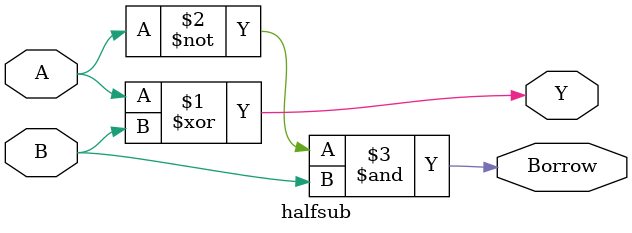
<source format=v>
module halfsub(
    input A, B,
    output Y, Borrow
);
   assign Y = A ^ B;
   assign Borrow = ~A & B;

endmodule

</source>
